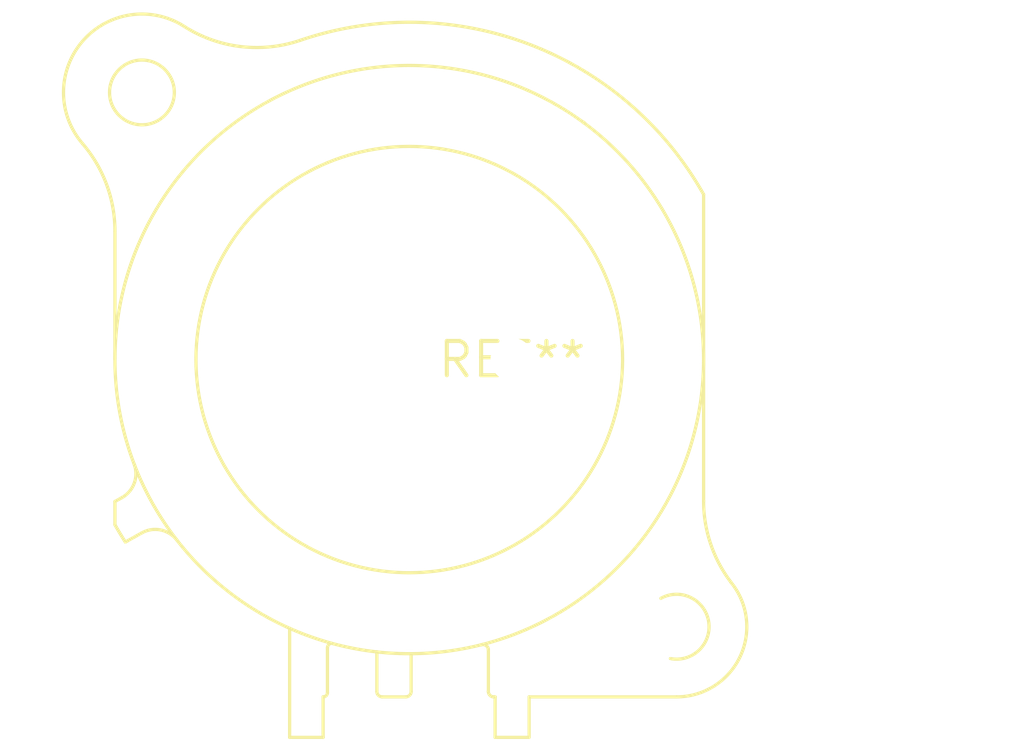
<source format=kicad_pcb>
(kicad_pcb (version 20240108) (generator pcbnew)
  (layers (0 "F.Cu" signal) (31 "B.Cu" signal) (34 "B.Paste" user) (35 "F.Paste" user) (36 "B.SilkS" user "B.Silkscreen") (37 "F.SilkS" user "F.Silkscreen") (38 "B.Mask" user) (39 "F.Mask" user) (44 "Edge.Cuts" user))
  (net 0 "")
  (footprint "Jack_XLR_Neutrik_NC3FAV2-DA_Vertical" (layer "F.Cu") (at 0 0)
    (property "Reference" "REF**")
    (property "Value" "Jack_XLR_Neutrik_NC3FAV2-DA_Vertical")
    (fp_line (start -14.71 0) (end -14.71 -4.76) (layer "F.SilkS") (stroke (width 0.12)))
    (fp_line (start -14.71 5.26) (end -14.71 6.12) (layer "F.SilkS") (stroke (width 0.12)))
    (fp_line (start -14.44 5.11) (end -14.71 5.26) (layer "F.SilkS") (stroke (width 0.12)))
    (fp_line (start -14.32 6.76) (end -13.71 6.42) (layer "F.SilkS") (stroke (width 0.12)))
    (fp_line (start -8.24 9.96) (end -8.24 14) (layer "F.SilkS") (stroke (width 0.12)))
    (fp_line (start -7 12.5) (end -7 14) (layer "F.SilkS") (stroke (width 0.12)))
    (fp_line (start -7 14) (end -8.24 14) (layer "F.SilkS") (stroke (width 0.12)))
    (fp_line (start -6.84 12.34) (end -6.84 10.69) (layer "F.SilkS") (stroke (width 0.12)))
    (fp_line (start -5.01 10.83) (end -5.01 12.3) (layer "F.SilkS") (stroke (width 0.12)))
    (fp_line (start -3.94 12.5) (end -4.81 12.5) (layer "F.SilkS") (stroke (width 0.12)))
    (fp_line (start -3.74 10.9) (end -3.74 12.3) (layer "F.SilkS") (stroke (width 0.12)))
    (fp_line (start -0.88 12.3) (end -0.88 10.76) (layer "F.SilkS") (stroke (width 0.12)))
    (fp_line (start -0.63 12.5) (end -0.68 12.5) (layer "F.SilkS") (stroke (width 0.12)))
    (fp_line (start -0.63 12.5) (end -0.63 14) (layer "F.SilkS") (stroke (width 0.12)))
    (fp_line (start 0.62 14) (end -0.63 14) (layer "F.SilkS") (stroke (width 0.12)))
    (fp_line (start 0.63 12.5) (end 6.09 12.5) (layer "F.SilkS") (stroke (width 0.12)))
    (fp_line (start 0.63 14) (end 0.63 12.5) (layer "F.SilkS") (stroke (width 0.12)))
    (fp_line (start 7.09 5.24) (end 7.09 -6.12) (layer "F.SilkS") (stroke (width 0.12)))
    (fp_arc (start -15.908829 -8.000856) (mid -15.019313 -6.48774) (end -14.71 -4.76) (layer "F.SilkS") (stroke (width 0.12)))
    (fp_arc (start -15.908236 -8.001617) (mid -15.907486 -11.799251) (end -12.15 -12.35) (layer "F.SilkS") (stroke (width 0.12)))
    (fp_arc (start -14.32314 6.763008) (mid -14.521396 6.444407) (end -14.71 6.12) (layer "F.SilkS") (stroke (width 0.12)))
    (fp_arc (start -14.004283 3.855674) (mid -13.989213 4.56375) (end -14.44 5.11) (layer "F.SilkS") (stroke (width 0.12)))
    (fp_arc (start -13.71 6.42) (mid -13.01025 6.315915) (end -12.412202 6.693832) (layer "F.SilkS") (stroke (width 0.12)))
    (fp_arc (start -7.848035 -11.831177) (mid -10.058192 -11.599923) (end -12.15 -12.35) (layer "F.SilkS") (stroke (width 0.12)))
    (fp_arc (start -7.841153 -11.83276) (mid 0.657009 -11.675197) (end 7.09 -6.12) (layer "F.SilkS") (stroke (width 0.12)))
    (fp_arc (start -6.84 10.69) (mid -6.803713 10.578321) (end -6.708713 10.509299) (layer "F.SilkS") (stroke (width 0.12)))
    (fp_arc (start -6.84 12.34) (mid -6.886863 12.453137) (end -7 12.5) (layer "F.SilkS") (stroke (width 0.12)))
    (fp_arc (start -4.81 12.5) (mid -4.951421 12.441421) (end -5.01 12.3) (layer "F.SilkS") (stroke (width 0.12)))
    (fp_arc (start -3.74 12.3) (mid -3.798579 12.441421) (end -3.94 12.5) (layer "F.SilkS") (stroke (width 0.12)))
    (fp_arc (start -1.1294 10.566197) (mid -0.957281 10.602076) (end -0.88 10.76) (layer "F.SilkS") (stroke (width 0.12)))
    (fp_arc (start -0.68 12.5) (mid -0.821421 12.441421) (end -0.88 12.3) (layer "F.SilkS") (stroke (width 0.12)))
    (fp_arc (start 2.636924 -8.782671) (mid 2.628394 -8.791269) (end 2.62 -8.8) (layer "F.SilkS") (stroke (width 0.12)))
    (fp_arc (start 2.680052 -8.767734) (mid 2.65973 -8.7835) (end 2.64 -8.8) (layer "F.SilkS") (stroke (width 0.12)))
    (fp_arc (start 5.507701 8.848226) (mid 7.277502 9.712546) (end 5.86 11.08) (layer "F.SilkS") (stroke (width 0.12)))
    (fp_arc (start 8.095865 8.245761) (mid 8.441704 11.008824) (end 6.09 12.5) (layer "F.SilkS") (stroke (width 0.12)))
    (fp_arc (start 8.098032 8.243976) (mid 7.348729 6.824298) (end 7.09 5.24) (layer "F.SilkS") (stroke (width 0.12)))
    (fp_circle (center -13.71 -9.9) (end -12.51 -9.9) (layer "F.SilkS") (stroke (width 0.12)) (fill none))
    (fp_circle (center -3.81 0) (end 4.09 0) (layer "F.SilkS") (stroke (width 0.12)) (fill none))
    (fp_circle (center -3.81 0) (end 7.09 0) (layer "F.SilkS") (stroke (width 0.12)) (fill none))
    (pad "1" thru_hole circle (at 0 0) (size 3.4 3.4) (drill 1.6) (layers *.Cu *.Mask) (remove_unused_layers))
    (pad "2" thru_hole circle (at -7.62 0) (size 3.4 3.4) (drill 1.6) (layers *.Cu *.Mask) (remove_unused_layers))
    (pad "3" thru_hole circle (at -3.81 4.45) (size 2.9 2.9) (drill 1.2) (layers *.Cu *.Mask) (remove_unused_layers))
    (pad "G" thru_hole circle (at 4.44 10.16) (size 2.9 2.9) (drill 1.2) (layers *.Cu *.Mask) (remove_unused_layers))
  )
)
</source>
